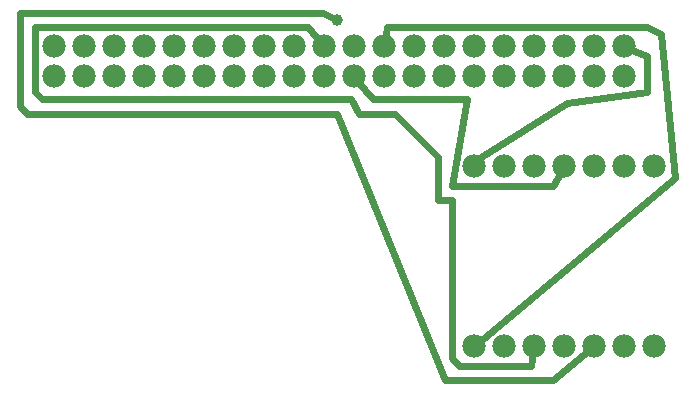
<source format=gbl>
G04 MADE WITH FRITZING*
G04 WWW.FRITZING.ORG*
G04 DOUBLE SIDED*
G04 HOLES PLATED*
G04 CONTOUR ON CENTER OF CONTOUR VECTOR*
%ASAXBY*%
%FSLAX23Y23*%
%MOIN*%
%OFA0B0*%
%SFA1.0B1.0*%
%ADD10C,0.078000*%
%ADD11C,0.039370*%
%ADD12C,0.024000*%
%LNCOPPER0*%
G90*
G70*
G54D10*
X2072Y1151D03*
X1972Y1151D03*
X1872Y1151D03*
X1772Y1151D03*
X1672Y1151D03*
X1572Y1151D03*
X1472Y1151D03*
X1372Y1151D03*
X1272Y1151D03*
X1172Y1151D03*
X1072Y1151D03*
X972Y1151D03*
X872Y1151D03*
X772Y1151D03*
X672Y1151D03*
X572Y1151D03*
X472Y1151D03*
X372Y1151D03*
X272Y1151D03*
X172Y1151D03*
X2072Y1151D03*
X1972Y1151D03*
X1872Y1151D03*
X1772Y1151D03*
X1672Y1151D03*
X1572Y1151D03*
X1472Y1151D03*
X1372Y1151D03*
X1272Y1151D03*
X1172Y1151D03*
X1072Y1151D03*
X972Y1151D03*
X872Y1151D03*
X772Y1151D03*
X672Y1151D03*
X572Y1151D03*
X472Y1151D03*
X372Y1151D03*
X272Y1151D03*
X172Y1151D03*
X172Y1051D03*
X272Y1051D03*
X372Y1051D03*
X472Y1051D03*
X572Y1051D03*
X672Y1051D03*
X772Y1051D03*
X872Y1051D03*
X972Y1051D03*
X1072Y1051D03*
X1172Y1051D03*
X1272Y1051D03*
X1372Y1051D03*
X1472Y1051D03*
X1572Y1051D03*
X1672Y1051D03*
X1772Y1051D03*
X1872Y1051D03*
X1972Y1051D03*
X2072Y1051D03*
X2172Y751D03*
X2072Y751D03*
X1972Y751D03*
X1872Y751D03*
X1772Y751D03*
X1672Y751D03*
X1572Y751D03*
X2172Y151D03*
X2072Y151D03*
X1972Y151D03*
X1872Y151D03*
X1772Y151D03*
X1672Y151D03*
X1572Y151D03*
G54D11*
X1116Y1239D03*
G54D12*
X2090Y1143D02*
X2148Y1119D01*
X2148Y1119D02*
X2148Y999D01*
X2148Y999D02*
X1884Y963D01*
X1884Y963D02*
X1596Y783D01*
X1596Y783D02*
X1583Y766D01*
D02*
X1184Y1036D02*
X1236Y975D01*
X1236Y975D02*
X1548Y975D01*
X1548Y975D02*
X1500Y687D01*
X1500Y687D02*
X1836Y687D01*
X1836Y687D02*
X1863Y734D01*
D02*
X1276Y1169D02*
X1284Y1215D01*
X1284Y1215D02*
X2148Y1215D01*
X2148Y1215D02*
X2196Y1191D01*
X2196Y1191D02*
X2244Y711D01*
X2244Y711D02*
X1587Y163D01*
D02*
X1060Y1165D02*
X1020Y1215D01*
X1020Y1215D02*
X108Y1215D01*
X108Y1215D02*
X108Y999D01*
X108Y999D02*
X132Y975D01*
X132Y975D02*
X1164Y975D01*
X1164Y975D02*
X1188Y927D01*
X1188Y927D02*
X1308Y927D01*
X1308Y927D02*
X1452Y783D01*
X1452Y783D02*
X1452Y639D01*
X1452Y639D02*
X1500Y639D01*
X1500Y639D02*
X1500Y111D01*
X1500Y111D02*
X1524Y87D01*
X1524Y87D02*
X1764Y87D01*
X1764Y87D02*
X1770Y132D01*
D02*
X1957Y139D02*
X1836Y39D01*
X1836Y39D02*
X1476Y39D01*
X1476Y39D02*
X1116Y927D01*
X1116Y927D02*
X84Y927D01*
X84Y927D02*
X60Y951D01*
X60Y951D02*
X60Y1263D01*
X60Y1263D02*
X1068Y1263D01*
X1068Y1263D02*
X1109Y1243D01*
G04 End of Copper0*
M02*
</source>
